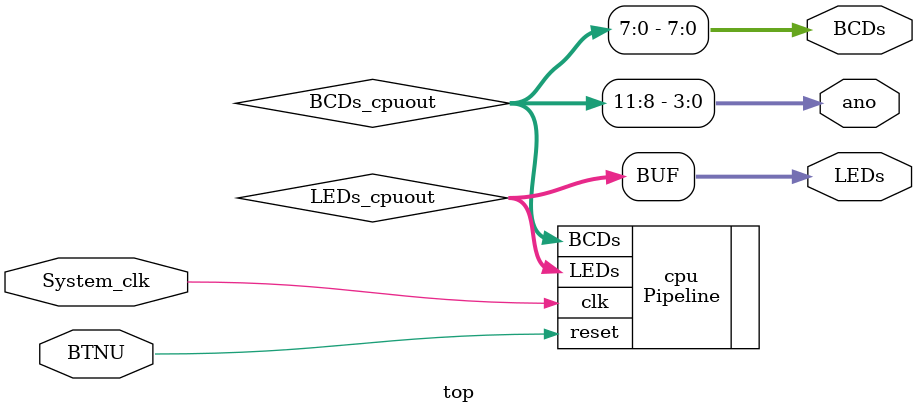
<source format=v>
module top(
    System_clk,
    BTNU,
    ano,
    BCDs,
    LEDs
);

input System_clk;
input BTNU;

output [7:0] BCDs;
output [3:0] ano;
output [7:0] LEDs;

wire [7:0] LEDs_cpuout;
wire [11:0] BCDs_cpuout;

Pipeline cpu
(
    .clk(System_clk),
    .reset(BTNU),
    .LEDs(LEDs_cpuout),
    .BCDs(BCDs_cpuout)
);

assign LEDs = LEDs_cpuout;
assign ano = BCDs_cpuout[11:8];
assign BCDs = BCDs_cpuout[7:0];
endmodule
</source>
